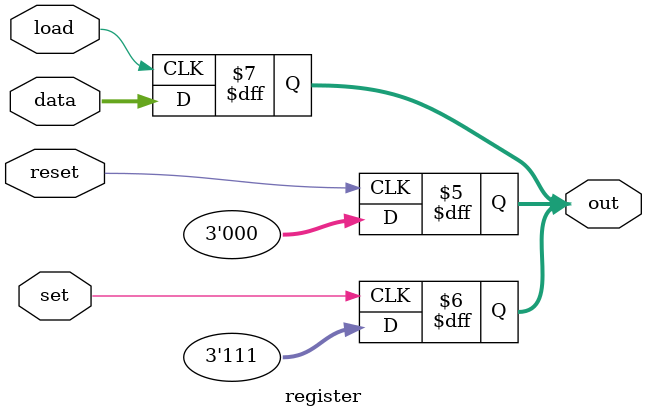
<source format=v>
module register (
    input reset,
    input load,
    input set,
    input [2:0] data,
    output reg [2:0] out = 0
);

always @(posedge load) begin
    out = data;
end

always @(posedge set) begin
    out = 3'b111;
end

always @(posedge reset) begin
    out = 3'b000;
end

endmodule

</source>
